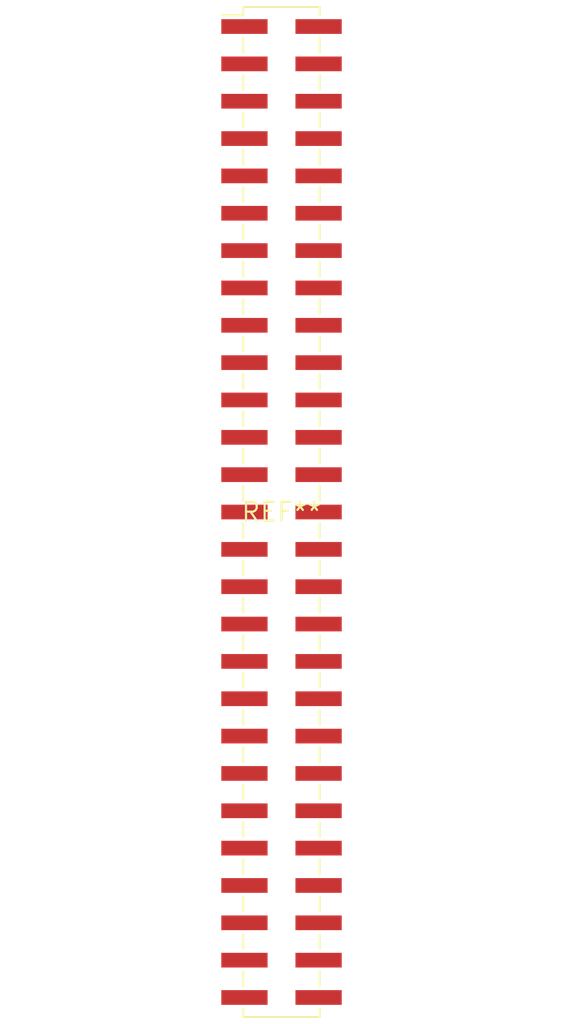
<source format=kicad_pcb>
(kicad_pcb (version 20240108) (generator pcbnew)
  (layers (0 "F.Cu" signal) (31 "B.Cu" signal) (34 "B.Paste" user) (35 "F.Paste" user) (36 "B.SilkS" user "B.Silkscreen") (37 "F.SilkS" user "F.Silkscreen") (38 "B.Mask" user) (39 "F.Mask" user) (44 "Edge.Cuts" user))
  (net 0 "")
  (footprint "PinHeader_2x27_P2.54mm_Vertical_SMD" (layer "F.Cu") (at 0 0)
    (property "Reference" "REF**")
    (property "Value" "PinHeader_2x27_P2.54mm_Vertical_SMD")
    (fp_line (start -4.04 -33.78) (end -2.6 -33.78) (layer "F.SilkS") (stroke (width 0.12)))
    (fp_line (start -2.6 -34.35) (end -2.6 -33.78) (layer "F.SilkS") (stroke (width 0.12)))
    (fp_line (start -2.6 -34.35) (end 2.6 -34.35) (layer "F.SilkS") (stroke (width 0.12)))
    (fp_line (start -2.6 -32.26) (end -2.6 -31.24) (layer "F.SilkS") (stroke (width 0.12)))
    (fp_line (start -2.6 -29.72) (end -2.6 -28.7) (layer "F.SilkS") (stroke (width 0.12)))
    (fp_line (start -2.6 -27.18) (end -2.6 -26.16) (layer "F.SilkS") (stroke (width 0.12)))
    (fp_line (start -2.6 -24.64) (end -2.6 -23.62) (layer "F.SilkS") (stroke (width 0.12)))
    (fp_line (start -2.6 -22.1) (end -2.6 -21.08) (layer "F.SilkS") (stroke (width 0.12)))
    (fp_line (start -2.6 -19.56) (end -2.6 -18.54) (layer "F.SilkS") (stroke (width 0.12)))
    (fp_line (start -2.6 -17.02) (end -2.6 -16) (layer "F.SilkS") (stroke (width 0.12)))
    (fp_line (start -2.6 -14.48) (end -2.6 -13.46) (layer "F.SilkS") (stroke (width 0.12)))
    (fp_line (start -2.6 -11.94) (end -2.6 -10.92) (layer "F.SilkS") (stroke (width 0.12)))
    (fp_line (start -2.6 -9.4) (end -2.6 -8.38) (layer "F.SilkS") (stroke (width 0.12)))
    (fp_line (start -2.6 -6.86) (end -2.6 -5.84) (layer "F.SilkS") (stroke (width 0.12)))
    (fp_line (start -2.6 -4.32) (end -2.6 -3.3) (layer "F.SilkS") (stroke (width 0.12)))
    (fp_line (start -2.6 -1.78) (end -2.6 -0.76) (layer "F.SilkS") (stroke (width 0.12)))
    (fp_line (start -2.6 0.76) (end -2.6 1.78) (layer "F.SilkS") (stroke (width 0.12)))
    (fp_line (start -2.6 3.3) (end -2.6 4.32) (layer "F.SilkS") (stroke (width 0.12)))
    (fp_line (start -2.6 5.84) (end -2.6 6.86) (layer "F.SilkS") (stroke (width 0.12)))
    (fp_line (start -2.6 8.38) (end -2.6 9.4) (layer "F.SilkS") (stroke (width 0.12)))
    (fp_line (start -2.6 10.92) (end -2.6 11.94) (layer "F.SilkS") (stroke (width 0.12)))
    (fp_line (start -2.6 13.46) (end -2.6 14.48) (layer "F.SilkS") (stroke (width 0.12)))
    (fp_line (start -2.6 16) (end -2.6 17.02) (layer "F.SilkS") (stroke (width 0.12)))
    (fp_line (start -2.6 18.54) (end -2.6 19.56) (layer "F.SilkS") (stroke (width 0.12)))
    (fp_line (start -2.6 21.08) (end -2.6 22.1) (layer "F.SilkS") (stroke (width 0.12)))
    (fp_line (start -2.6 23.62) (end -2.6 24.64) (layer "F.SilkS") (stroke (width 0.12)))
    (fp_line (start -2.6 26.16) (end -2.6 27.18) (layer "F.SilkS") (stroke (width 0.12)))
    (fp_line (start -2.6 28.7) (end -2.6 29.72) (layer "F.SilkS") (stroke (width 0.12)))
    (fp_line (start -2.6 31.24) (end -2.6 32.26) (layer "F.SilkS") (stroke (width 0.12)))
    (fp_line (start -2.6 33.78) (end -2.6 34.35) (layer "F.SilkS") (stroke (width 0.12)))
    (fp_line (start -2.6 34.35) (end 2.6 34.35) (layer "F.SilkS") (stroke (width 0.12)))
    (fp_line (start 2.6 -34.35) (end 2.6 -33.78) (layer "F.SilkS") (stroke (width 0.12)))
    (fp_line (start 2.6 -32.26) (end 2.6 -31.24) (layer "F.SilkS") (stroke (width 0.12)))
    (fp_line (start 2.6 -29.72) (end 2.6 -28.7) (layer "F.SilkS") (stroke (width 0.12)))
    (fp_line (start 2.6 -27.18) (end 2.6 -26.16) (layer "F.SilkS") (stroke (width 0.12)))
    (fp_line (start 2.6 -24.64) (end 2.6 -23.62) (layer "F.SilkS") (stroke (width 0.12)))
    (fp_line (start 2.6 -22.1) (end 2.6 -21.08) (layer "F.SilkS") (stroke (width 0.12)))
    (fp_line (start 2.6 -19.56) (end 2.6 -18.54) (layer "F.SilkS") (stroke (width 0.12)))
    (fp_line (start 2.6 -17.02) (end 2.6 -16) (layer "F.SilkS") (stroke (width 0.12)))
    (fp_line (start 2.6 -14.48) (end 2.6 -13.46) (layer "F.SilkS") (stroke (width 0.12)))
    (fp_line (start 2.6 -11.94) (end 2.6 -10.92) (layer "F.SilkS") (stroke (width 0.12)))
    (fp_line (start 2.6 -9.4) (end 2.6 -8.38) (layer "F.SilkS") (stroke (width 0.12)))
    (fp_line (start 2.6 -6.86) (end 2.6 -5.84) (layer "F.SilkS") (stroke (width 0.12)))
    (fp_line (start 2.6 -4.32) (end 2.6 -3.3) (layer "F.SilkS") (stroke (width 0.12)))
    (fp_line (start 2.6 -1.78) (end 2.6 -0.76) (layer "F.SilkS") (stroke (width 0.12)))
    (fp_line (start 2.6 0.76) (end 2.6 1.78) (layer "F.SilkS") (stroke (width 0.12)))
    (fp_line (start 2.6 3.3) (end 2.6 4.32) (layer "F.SilkS") (stroke (width 0.12)))
    (fp_line (start 2.6 5.84) (end 2.6 6.86) (layer "F.SilkS") (stroke (width 0.12)))
    (fp_line (start 2.6 8.38) (end 2.6 9.4) (layer "F.SilkS") (stroke (width 0.12)))
    (fp_line (start 2.6 10.92) (end 2.6 11.94) (layer "F.SilkS") (stroke (width 0.12)))
    (fp_line (start 2.6 13.46) (end 2.6 14.48) (layer "F.SilkS") (stroke (width 0.12)))
    (fp_line (start 2.6 16) (end 2.6 17.02) (layer "F.SilkS") (stroke (width 0.12)))
    (fp_line (start 2.6 18.54) (end 2.6 19.56) (layer "F.SilkS") (stroke (width 0.12)))
    (fp_line (start 2.6 21.08) (end 2.6 22.1) (layer "F.SilkS") (stroke (width 0.12)))
    (fp_line (start 2.6 23.62) (end 2.6 24.64) (layer "F.SilkS") (stroke (width 0.12)))
    (fp_line (start 2.6 26.16) (end 2.6 27.18) (layer "F.SilkS") (stroke (width 0.12)))
    (fp_line (start 2.6 28.7) (end 2.6 29.72) (layer "F.SilkS") (stroke (width 0.12)))
    (fp_line (start 2.6 31.24) (end 2.6 32.26) (layer "F.SilkS") (stroke (width 0.12)))
    (fp_line (start 2.6 33.78) (end 2.6 34.35) (layer "F.SilkS") (stroke (width 0.12)))
    (pad "1" smd rect (at -2.525 -33.02) (size 3.15 1) (layers "F.Cu" "F.Paste" "F.Mask"))
    (pad "2" smd rect (at 2.525 -33.02) (size 3.15 1) (layers "F.Cu" "F.Paste" "F.Mask"))
    (pad "3" smd rect (at -2.525 -30.48) (size 3.15 1) (layers "F.Cu" "F.Paste" "F.Mask"))
    (pad "4" smd rect (at 2.525 -30.48) (size 3.15 1) (layers "F.Cu" "F.Paste" "F.Mask"))
    (pad "5" smd rect (at -2.525 -27.94) (size 3.15 1) (layers "F.Cu" "F.Paste" "F.Mask"))
    (pad "6" smd rect (at 2.525 -27.94) (size 3.15 1) (layers "F.Cu" "F.Paste" "F.Mask"))
    (pad "7" smd rect (at -2.525 -25.4) (size 3.15 1) (layers "F.Cu" "F.Paste" "F.Mask"))
    (pad "8" smd rect (at 2.525 -25.4) (size 3.15 1) (layers "F.Cu" "F.Paste" "F.Mask"))
    (pad "9" smd rect (at -2.525 -22.86) (size 3.15 1) (layers "F.Cu" "F.Paste" "F.Mask"))
    (pad "10" smd rect (at 2.525 -22.86) (size 3.15 1) (layers "F.Cu" "F.Paste" "F.Mask"))
    (pad "11" smd rect (at -2.525 -20.32) (size 3.15 1) (layers "F.Cu" "F.Paste" "F.Mask"))
    (pad "12" smd rect (at 2.525 -20.32) (size 3.15 1) (layers "F.Cu" "F.Paste" "F.Mask"))
    (pad "13" smd rect (at -2.525 -17.78) (size 3.15 1) (layers "F.Cu" "F.Paste" "F.Mask"))
    (pad "14" smd rect (at 2.525 -17.78) (size 3.15 1) (layers "F.Cu" "F.Paste" "F.Mask"))
    (pad "15" smd rect (at -2.525 -15.24) (size 3.15 1) (layers "F.Cu" "F.Paste" "F.Mask"))
    (pad "16" smd rect (at 2.525 -15.24) (size 3.15 1) (layers "F.Cu" "F.Paste" "F.Mask"))
    (pad "17" smd rect (at -2.525 -12.7) (size 3.15 1) (layers "F.Cu" "F.Paste" "F.Mask"))
    (pad "18" smd rect (at 2.525 -12.7) (size 3.15 1) (layers "F.Cu" "F.Paste" "F.Mask"))
    (pad "19" smd rect (at -2.525 -10.16) (size 3.15 1) (layers "F.Cu" "F.Paste" "F.Mask"))
    (pad "20" smd rect (at 2.525 -10.16) (size 3.15 1) (layers "F.Cu" "F.Paste" "F.Mask"))
    (pad "21" smd rect (at -2.525 -7.62) (size 3.15 1) (layers "F.Cu" "F.Paste" "F.Mask"))
    (pad "22" smd rect (at 2.525 -7.62) (size 3.15 1) (layers "F.Cu" "F.Paste" "F.Mask"))
    (pad "23" smd rect (at -2.525 -5.08) (size 3.15 1) (layers "F.Cu" "F.Paste" "F.Mask"))
    (pad "24" smd rect (at 2.525 -5.08) (size 3.15 1) (layers "F.Cu" "F.Paste" "F.Mask"))
    (pad "25" smd rect (at -2.525 -2.54) (size 3.15 1) (layers "F.Cu" "F.Paste" "F.Mask"))
    (pad "26" smd rect (at 2.525 -2.54) (size 3.15 1) (layers "F.Cu" "F.Paste" "F.Mask"))
    (pad "27" smd rect (at -2.525 0) (size 3.15 1) (layers "F.Cu" "F.Paste" "F.Mask"))
    (pad "28" smd rect (at 2.525 0) (size 3.15 1) (layers "F.Cu" "F.Paste" "F.Mask"))
    (pad "29" smd rect (at -2.525 2.54) (size 3.15 1) (layers "F.Cu" "F.Paste" "F.Mask"))
    (pad "30" smd rect (at 2.525 2.54) (size 3.15 1) (layers "F.Cu" "F.Paste" "F.Mask"))
    (pad "31" smd rect (at -2.525 5.08) (size 3.15 1) (layers "F.Cu" "F.Paste" "F.Mask"))
    (pad "32" smd rect (at 2.525 5.08) (size 3.15 1) (layers "F.Cu" "F.Paste" "F.Mask"))
    (pad "33" smd rect (at -2.525 7.62) (size 3.15 1) (layers "F.Cu" "F.Paste" "F.Mask"))
    (pad "34" smd rect (at 2.525 7.62) (size 3.15 1) (layers "F.Cu" "F.Paste" "F.Mask"))
    (pad "35" smd rect (at -2.525 10.16) (size 3.15 1) (layers "F.Cu" "F.Paste" "F.Mask"))
    (pad "36" smd rect (at 2.525 10.16) (size 3.15 1) (layers "F.Cu" "F.Paste" "F.Mask"))
    (pad "37" smd rect (at -2.525 12.7) (size 3.15 1) (layers "F.Cu" "F.Paste" "F.Mask"))
    (pad "38" smd rect (at 2.525 12.7) (size 3.15 1) (layers "F.Cu" "F.Paste" "F.Mask"))
    (pad "39" smd rect (at -2.525 15.24) (size 3.15 1) (layers "F.Cu" "F.Paste" "F.Mask"))
    (pad "40" smd rect (at 2.525 15.24) (size 3.15 1) (layers "F.Cu" "F.Paste" "F.Mask"))
    (pad "41" smd rect (at -2.525 17.78) (size 3.15 1) (layers "F.Cu" "F.Paste" "F.Mask"))
    (pad "42" smd rect (at 2.525 17.78) (size 3.15 1) (layers "F.Cu" "F.Paste" "F.Mask"))
    (pad "43" smd rect (at -2.525 20.32) (size 3.15 1) (layers "F.Cu" "F.Paste" "F.Mask"))
    (pad "44" smd rect (at 2.525 20.32) (size 3.15 1) (layers "F.Cu" "F.Paste" "F.Mask"))
    (pad "45" smd rect (at -2.525 22.86) (size 3.15 1) (layers "F.Cu" "F.Paste" "F.Mask"))
    (pad "46" smd rect (at 2.525 22.86) (size 3.15 1) (layers "F.Cu" "F.Paste" "F.Mask"))
    (pad "47" smd rect (at -2.525 25.4) (size 3.15 1) (layers "F.Cu" "F.Paste" "F.Mask"))
    (pad "48" smd rect (at 2.525 25.4) (size 3.15 1) (layers "F.Cu" "F.Paste" "F.Mask"))
    (pad "49" smd rect (at -2.525 27.94) (size 3.15 1) (layers "F.Cu" "F.Paste" "F.Mask"))
    (pad "50" smd rect (at 2.525 27.94) (size 3.15 1) (layers "F.Cu" "F.Paste" "F.Mask"))
    (pad "51" smd rect (at -2.525 30.48) (size 3.15 1) (layers "F.Cu" "F.Paste" "F.Mask"))
    (pad "52" smd rect (at 2.525 30.48) (size 3.15 1) (layers "F.Cu" "F.Paste" "F.Mask"))
    (pad "53" smd rect (at -2.525 33.02) (size 3.15 1) (layers "F.Cu" "F.Paste" "F.Mask"))
    (pad "54" smd rect (at 2.525 33.02) (size 3.15 1) (layers "F.Cu" "F.Paste" "F.Mask"))
  )
)
</source>
